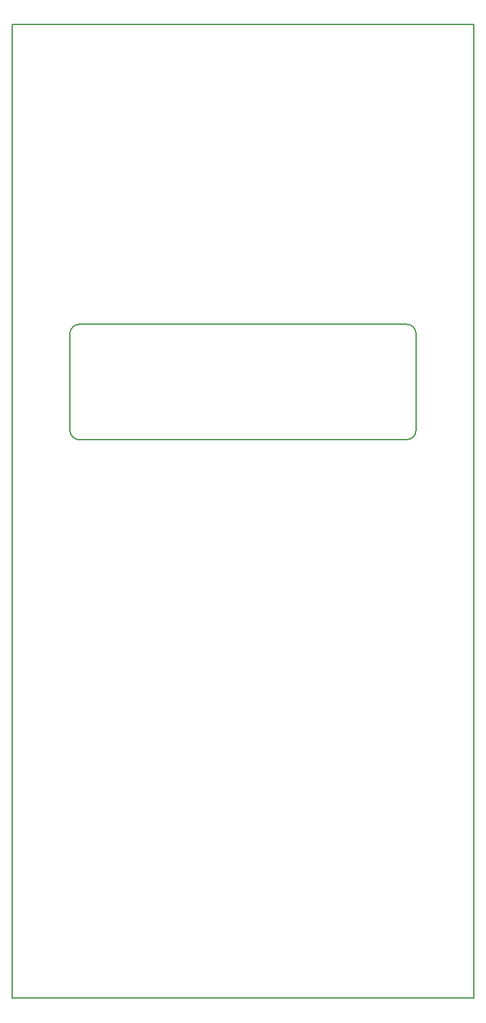
<source format=gko>
G04 DipTrace 4.0.0.0*
G04 uTest_PCBpanel.GKO*
%MOIN*%
G04 #@! TF.FileFunction,Profile*
G04 #@! TF.Part,Single*
%ADD11C,0.005512*%
%FSLAX26Y26*%
G04*
G70*
G90*
G75*
G01*
G04 BoardOutline*
%LPD*%
X2794000Y394000D2*
D11*
X394000D1*
Y5450000D1*
X2794000D1*
Y394000D1*
X694245Y3344001D2*
G03X744000Y3294000I49811J-190D01*
G01*
X2444000Y3894000D2*
G02X2494000Y3844000I139J-49861D01*
G01*
X694000D2*
Y3344000D1*
X2443723Y3294038D2*
G03X2494008Y3343967I342J49941D01*
G01*
X744000Y3294000D2*
X2444000D1*
X2494000Y3344000D2*
Y3844000D1*
X744000Y3894000D2*
G03X694000Y3844000I766J-50766D01*
G01*
X2444000Y3894000D2*
X744000D1*
M02*

</source>
